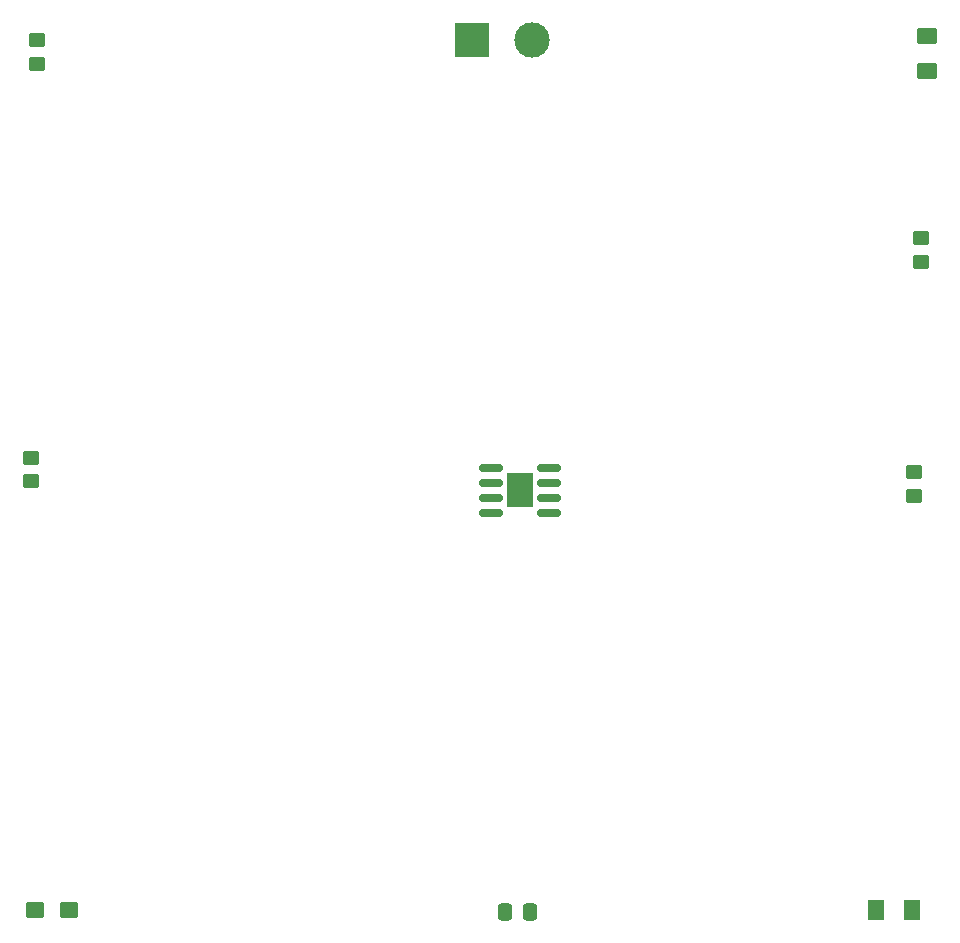
<source format=gbr>
%TF.GenerationSoftware,KiCad,Pcbnew,(6.0.10)*%
%TF.CreationDate,2023-02-17T09:18:58-08:00*%
%TF.ProjectId,PCB layout 2,50434220-6c61-4796-9f75-7420322e6b69,rev?*%
%TF.SameCoordinates,Original*%
%TF.FileFunction,Soldermask,Top*%
%TF.FilePolarity,Negative*%
%FSLAX46Y46*%
G04 Gerber Fmt 4.6, Leading zero omitted, Abs format (unit mm)*
G04 Created by KiCad (PCBNEW (6.0.10)) date 2023-02-17 09:18:58*
%MOMM*%
%LPD*%
G01*
G04 APERTURE LIST*
G04 Aperture macros list*
%AMRoundRect*
0 Rectangle with rounded corners*
0 $1 Rounding radius*
0 $2 $3 $4 $5 $6 $7 $8 $9 X,Y pos of 4 corners*
0 Add a 4 corners polygon primitive as box body*
4,1,4,$2,$3,$4,$5,$6,$7,$8,$9,$2,$3,0*
0 Add four circle primitives for the rounded corners*
1,1,$1+$1,$2,$3*
1,1,$1+$1,$4,$5*
1,1,$1+$1,$6,$7*
1,1,$1+$1,$8,$9*
0 Add four rect primitives between the rounded corners*
20,1,$1+$1,$2,$3,$4,$5,0*
20,1,$1+$1,$4,$5,$6,$7,0*
20,1,$1+$1,$6,$7,$8,$9,0*
20,1,$1+$1,$8,$9,$2,$3,0*%
G04 Aperture macros list end*
%ADD10RoundRect,0.250000X-0.450000X0.350000X-0.450000X-0.350000X0.450000X-0.350000X0.450000X0.350000X0*%
%ADD11R,3.000000X3.000000*%
%ADD12C,3.000000*%
%ADD13RoundRect,0.250001X0.624999X-0.462499X0.624999X0.462499X-0.624999X0.462499X-0.624999X-0.462499X0*%
%ADD14RoundRect,0.250000X-0.537500X-0.425000X0.537500X-0.425000X0.537500X0.425000X-0.537500X0.425000X0*%
%ADD15RoundRect,0.250001X-0.462499X-0.624999X0.462499X-0.624999X0.462499X0.624999X-0.462499X0.624999X0*%
%ADD16RoundRect,0.250000X-0.337500X-0.475000X0.337500X-0.475000X0.337500X0.475000X-0.337500X0.475000X0*%
%ADD17RoundRect,0.150000X0.825000X0.150000X-0.825000X0.150000X-0.825000X-0.150000X0.825000X-0.150000X0*%
%ADD18R,2.290000X3.000000*%
G04 APERTURE END LIST*
D10*
%TO.C,R3*%
X175225000Y-57420000D03*
X175225000Y-59420000D03*
%TD*%
%TO.C,R1*%
X100350000Y-40640000D03*
X100350000Y-42640000D03*
%TD*%
%TO.C,R2*%
X99865000Y-75971192D03*
X99865000Y-77971192D03*
%TD*%
D11*
%TO.C,J1*%
X137160000Y-40640000D03*
D12*
X142240000Y-40640000D03*
%TD*%
D10*
%TO.C,R4*%
X174635000Y-77204128D03*
X174635000Y-79204128D03*
%TD*%
D13*
%TO.C,D1*%
X175707500Y-43272500D03*
X175707500Y-40297500D03*
%TD*%
D14*
%TO.C,C1*%
X100162500Y-114300000D03*
X103037500Y-114300000D03*
%TD*%
D15*
%TO.C,D2*%
X171432500Y-114300000D03*
X174407500Y-114300000D03*
%TD*%
D16*
%TO.C,C2*%
X140025000Y-114410000D03*
X142100000Y-114410000D03*
%TD*%
D17*
%TO.C,U1*%
X143740000Y-80645000D03*
X143740000Y-79375000D03*
X143740000Y-78105000D03*
X143740000Y-76835000D03*
X138790000Y-76835000D03*
X138790000Y-78105000D03*
X138790000Y-79375000D03*
X138790000Y-80645000D03*
D18*
X141265000Y-78740000D03*
%TD*%
M02*

</source>
